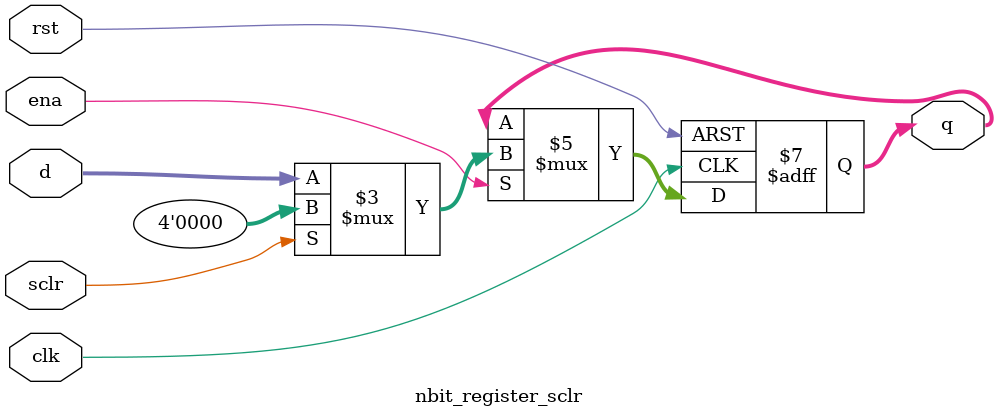
<source format=v>
module nbit_register_sclr
#(
    parameter MAX_WIDTH = 4
)
(
    input wire clk,
    input wire rst,
    input wire ena,
    input wire sclr,
    input wire [MAX_WIDTH-1:0] d,
    output reg [MAX_WIDTH-1:0] q
);

    always @(posedge clk, posedge rst) begin
        if (rst) begin
            q <= {MAX_WIDTH{1'b0}};
        end
        else begin
            if (ena) begin
                if (sclr) begin
                    q <= {MAX_WIDTH{1'b0}};
                end
                else begin
                    q <= d;
                end
            end
        end
    end

endmodule
</source>
